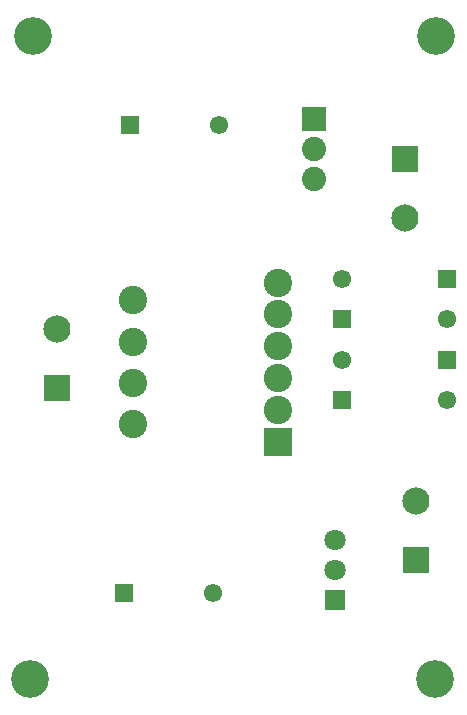
<source format=gts>
G04*
G04 #@! TF.GenerationSoftware,Altium Limited,Altium Designer,24.5.2 (23)*
G04*
G04 Layer_Color=8388736*
%FSLAX44Y44*%
%MOMM*%
G71*
G04*
G04 #@! TF.SameCoordinates,E433FD67-1584-4B15-B20B-D7A4E77B4FCA*
G04*
G04*
G04 #@! TF.FilePolarity,Negative*
G04*
G01*
G75*
%ADD16R,2.3032X2.3032*%
%ADD17C,2.3032*%
%ADD18C,3.2032*%
%ADD19C,1.5500*%
%ADD20R,1.5500X1.5500*%
%ADD21R,2.4032X2.4032*%
%ADD22C,2.4032*%
%ADD23C,2.0500*%
%ADD24R,2.0500X2.0500*%
%ADD25R,1.8032X1.8032*%
%ADD26C,1.8032*%
D16*
X1610360Y935380D02*
D03*
X1315720Y741470D02*
D03*
X1619250Y595820D02*
D03*
D17*
X1610360Y885380D02*
D03*
X1315720Y791470D02*
D03*
X1619250Y645820D02*
D03*
D18*
X1636895Y1040000D02*
D03*
X1295060Y1039943D02*
D03*
X1292860Y495300D02*
D03*
X1635760D02*
D03*
D19*
X1557070Y834390D02*
D03*
X1452880Y964590D02*
D03*
X1645870Y800100D02*
D03*
X1557070Y765810D02*
D03*
X1645870Y731520D02*
D03*
X1447800Y568350D02*
D03*
D20*
X1645870Y834390D02*
D03*
X1377880Y964590D02*
D03*
X1557070Y800100D02*
D03*
X1645870Y765810D02*
D03*
X1557070Y731520D02*
D03*
X1372800Y568350D02*
D03*
D21*
X1502410Y695960D02*
D03*
D22*
Y722960D02*
D03*
Y749960D02*
D03*
Y776960D02*
D03*
Y803960D02*
D03*
Y830960D02*
D03*
X1380410Y710960D02*
D03*
Y745960D02*
D03*
Y780960D02*
D03*
Y815960D02*
D03*
D23*
X1532890Y918870D02*
D03*
Y944220D02*
D03*
D24*
Y969570D02*
D03*
D25*
X1550670Y562000D02*
D03*
D26*
Y587400D02*
D03*
Y612800D02*
D03*
M02*

</source>
